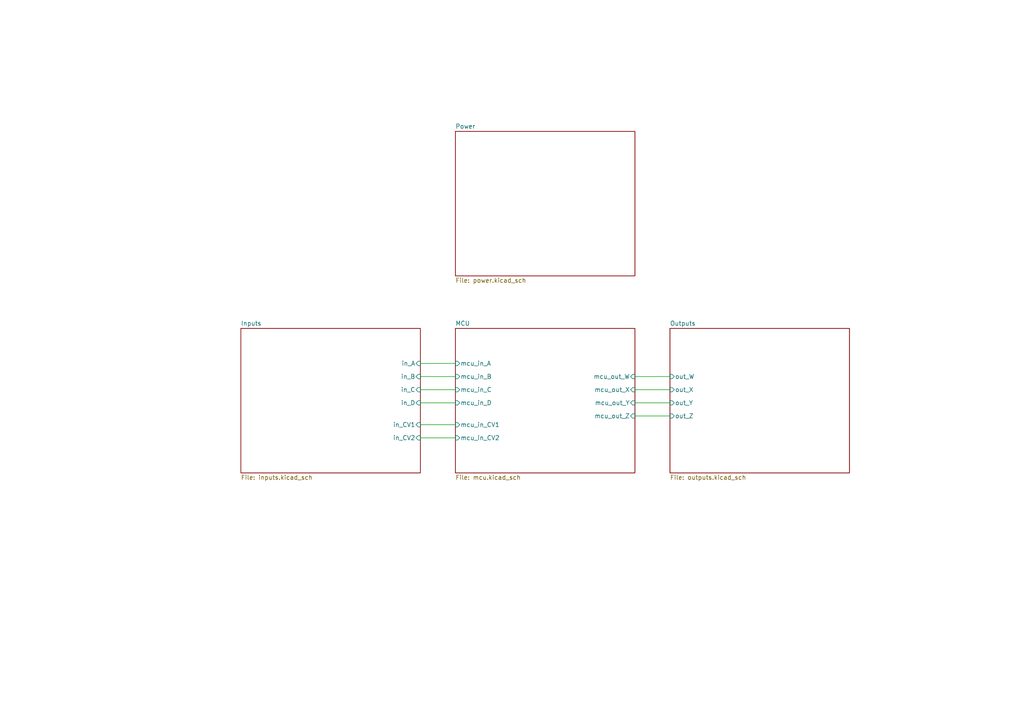
<source format=kicad_sch>
(kicad_sch (version 20230121) (generator eeschema)
  (paper "A4")
  (lib_symbols)
  (wire (pts (xy 184.15 109.22) (xy 194.31 109.22)))
  (wire (pts (xy 121.92 109.22) (xy 132.08 109.22)))
  (wire (pts (xy 121.92 123.19) (xy 132.08 123.19)))
  (wire (pts (xy 121.92 116.84) (xy 132.08 116.84)))
  (wire (pts (xy 184.15 120.65) (xy 194.31 120.65)))
  (wire (pts (xy 184.15 113.03) (xy 194.31 113.03)))
  (wire (pts (xy 121.92 127) (xy 132.08 127)))
  (wire (pts (xy 184.15 116.84) (xy 194.31 116.84)))
  (wire (pts (xy 121.92 113.03) (xy 132.08 113.03)))
  (wire (pts (xy 121.92 105.41) (xy 132.08 105.41)))
  (sheet (at 132.08 95.25) (size 52.07 41.91) (stroke (width 0.1524))
    (property "Sheetname" "MCU" (at 132.08 94.5384 0) (effects (justify left bottom)))
    (property "Sheetfile" "mcu.kicad_sch" (at 132.08 137.7446 0) (effects (justify left top)))
    (pin "mcu_in_B" input (at 132.08 109.22 180))
    (pin "mcu_in_CV1" input (at 132.08 123.19 180))
    (pin "mcu_in_C" input (at 132.08 113.03 180))
    (pin "mcu_in_D" input (at 132.08 116.84 180))
    (pin "mcu_in_A" input (at 132.08 105.41 180))
    (pin "mcu_out_X" input (at 184.15 113.03 0))
    (pin "mcu_out_Y" input (at 184.15 116.84 0))
    (pin "mcu_in_CV2" input (at 132.08 127 180))
    (pin "mcu_out_Z" input (at 184.15 120.65 0))
    (pin "mcu_out_W" input (at 184.15 109.22 0))
  )
  (sheet (at 194.31 95.25) (size 52.07 41.91) (stroke (width 0.1524))
    (property "Sheetname" "Outputs" (at 194.31 94.5384 0) (effects (justify left bottom)))
    (property "Sheetfile" "outputs.kicad_sch" (at 194.31 137.7446 0) (effects (justify left top)))
    (pin "out_Y" input (at 194.31 116.84 180))
    (pin "out_Z" input (at 194.31 120.65 180))
    (pin "out_W" input (at 194.31 109.22 180))
    (pin "out_X" input (at 194.31 113.03 180))
  )
  (sheet (at 69.85 95.25) (size 52.07 41.91) (stroke (width 0.1524))
    (property "Sheetname" "Inputs" (at 69.85 94.5384 0) (effects (justify left bottom)))
    (property "Sheetfile" "inputs.kicad_sch" (at 69.85 137.7446 0) (effects (justify left top)))
    (pin "in_A" input (at 121.92 105.41 0))
    (pin "in_CV1" input (at 121.92 123.19 0))
    (pin "in_CV2" input (at 121.92 127 0))
    (pin "in_D" input (at 121.92 116.84 0))
    (pin "in_B" input (at 121.92 109.22 0))
    (pin "in_C" input (at 121.92 113.03 0))
  )
  (sheet (at 132.08 38.1) (size 52.07 41.91) (stroke (width 0.1524))
    (property "Sheetname" "Power" (at 132.08 37.3884 0) (effects (justify left bottom)))
    (property "Sheetfile" "power.kicad_sch" (at 132.08 80.5946 0) (effects (justify left top)))
  )
)
</source>
